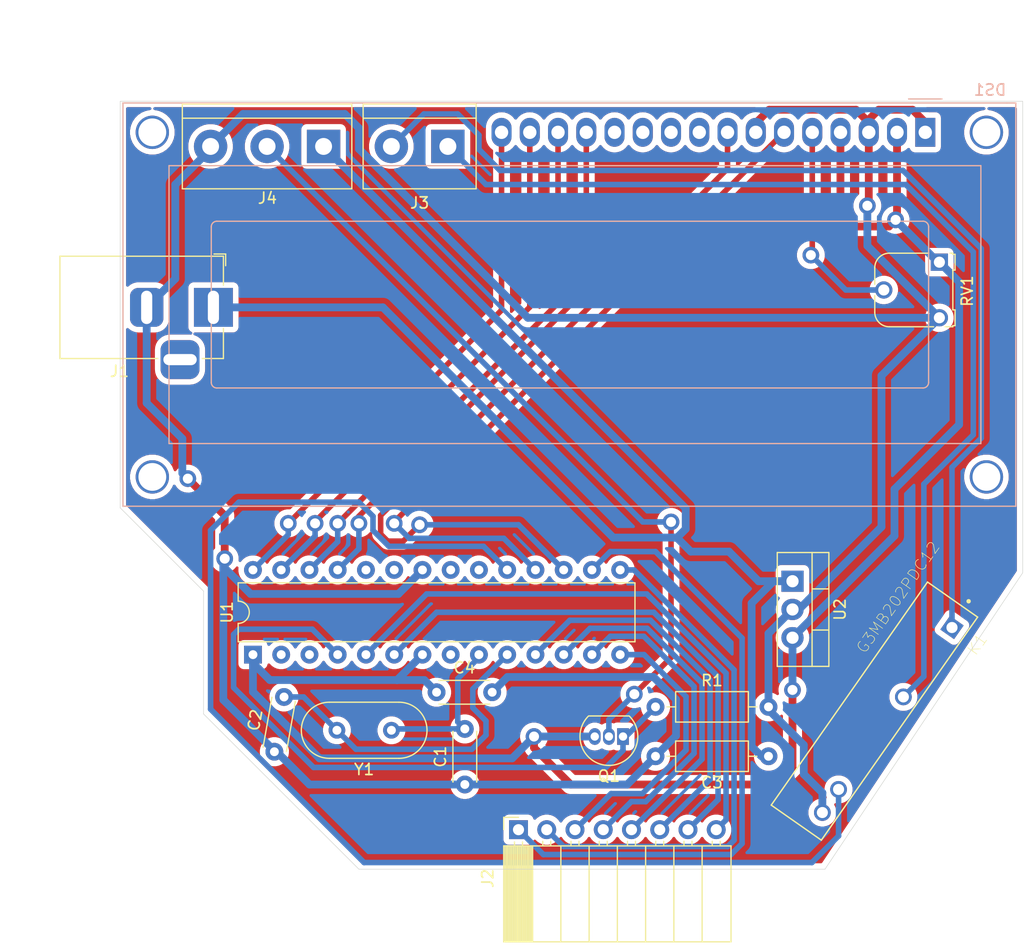
<source format=kicad_pcb>
(kicad_pcb (version 20171130) (host pcbnew "(5.1.8)-1")
  (layers (0 F.Cu signal) (31 B.Cu signal) (34 B.Paste user hide) (35 F.Paste user hide) (36 B.SilkS user) (37 F.SilkS user) (38 B.Mask user hide) (39 F.Mask user hide) (44 Edge.Cuts user))
  (net 0 "")
  (net 1 Pino_2_int)
  (net 2 "Net-(C1-Pad2)")
  (net 3 "Net-(C2-Pad2)")
  (net 4 vcc_12v)
  (net 5 vcc)
  (net 6 "Net-(DS1-Pad5)")
  (net 7 Pino_12)
  (net 8 Pino_11)
  (net 9 "Net-(DS1-Pad9)")
  (net 10 "Net-(DS1-Pad10)")
  (net 11 "Net-(DS1-Pad11)")
  (net 12 "Net-(DS1-Pad12)")
  (net 13 Pino_16_A2)
  (net 14 Pino_17_A3)
  (net 15 Pino_18_A4)
  (net 16 Pino_19_A5)
  (net 17 Pino_10)
  (net 18 Pino_9)
  (net 19 Pino_8)
  (net 20 Pino_7)
  (net 21 Pino_6)
  (net 22 Pino_5)
  (net 23 Pino_4)
  (net 24 Pino_3)
  (net 25 "Net-(J3-Pad1)")
  (net 26 "Net-(J3-Pad2)")
  (net 27 "Net-(J4-Pad2)")
  (net 28 Pino_13)
  (net 29 "Net-(U1-Pad2)")
  (net 30 "Net-(U1-Pad3)")
  (net 31 "Net-(U1-Pad21)")
  (net 32 "Net-(U1-Pad23)")
  (net 33 "Net-(U1-Pad24)")
  (net 34 GND)
  (module G3MB202PDC12:RELAY_G3MB202PDC12 (layer F.Cu) (at 142.24 117.856 235)
    (fp_text reference K1 (at -10.2246 -4.14091 55) (layer F.SilkS) (effects (font (size 1.00143 1.00143) (thickness 0.05))))
    (fp_text value G3MB202PDC12 (at -9.6043 4.12759 55) (layer F.SilkS) (effects (font (size 1.00306 1.00306) (thickness 0.05))))
    (fp_circle (center -12.954 -1.27) (end -12.854 -1.27) (layer F.SilkS) (width 0.2))
    (fp_line (start 12.25 2.75) (end 12.25 -2.75) (layer F.SilkS) (width 0.127))
    (fp_line (start -12.25 2.75) (end 12.25 2.75) (layer F.SilkS) (width 0.127))
    (fp_line (start -12.25 -2.75) (end -12.25 2.75) (layer F.SilkS) (width 0.127))
    (fp_line (start 12.25 -2.75) (end -12.25 -2.75) (layer F.SilkS) (width 0.127))
    (pad 1 thru_hole rect (at -10.16 -1.4 55) (size 1.508 1.508) (drill 1) (layers *.Cu *.Mask) (net 26 "Net-(J3-Pad2)"))
    (pad 2 thru_hole circle (at -2.54 -1.4 55) (size 1.508 1.508) (drill 1) (layers *.Cu *.Mask) (net 25 "Net-(J3-Pad1)"))
    (pad 3 thru_hole circle (at 7.62 -1.4 55) (size 1.508 1.508) (drill 1) (layers *.Cu *.Mask) (net 28 Pino_13))
    (pad 4 thru_hole circle (at 10.16 -1.4 55) (size 1.508 1.508) (drill 1) (layers *.Cu *.Mask) (net 34 GND))
  )
  (module Package_DIP:DIP-28_W7.62mm (layer F.Cu) (at 86.36 112.776 90)
    (fp_text reference U1 (at 3.81 -2.33 90) (layer F.SilkS))
    (fp_text value ATmega328-PU)
    (fp_line (start 6.46 -1.33) (end 4.81 -1.33) (layer F.SilkS) (width 0.12))
    (fp_line (start 6.46 34.35) (end 6.46 -1.33) (layer F.SilkS) (width 0.12))
    (fp_line (start 1.16 34.35) (end 6.46 34.35) (layer F.SilkS) (width 0.12))
    (fp_line (start 1.16 -1.33) (end 1.16 34.35) (layer F.SilkS) (width 0.12))
    (fp_line (start 2.81 -1.33) (end 1.16 -1.33) (layer F.SilkS) (width 0.12))
    (fp_arc (start 3.81 -1.33) (end 2.81 -1.33) (angle -180) (layer F.SilkS) (width 0.12))
    (pad 1 thru_hole rect (at 0 0 90) (size 1.6 1.6) (drill 0.8) (layers *.Cu *.Mask) (net 5 vcc))
    (pad 15 thru_hole oval (at 7.62 33.02 90) (size 1.6 1.6) (drill 0.8) (layers *.Cu *.Mask) (net 18 Pino_9))
    (pad 2 thru_hole oval (at 0 2.54 90) (size 1.6 1.6) (drill 0.8) (layers *.Cu *.Mask) (net 29 "Net-(U1-Pad2)"))
    (pad 16 thru_hole oval (at 7.62 30.48 90) (size 1.6 1.6) (drill 0.8) (layers *.Cu *.Mask) (net 17 Pino_10))
    (pad 3 thru_hole oval (at 0 5.08 90) (size 1.6 1.6) (drill 0.8) (layers *.Cu *.Mask) (net 30 "Net-(U1-Pad3)"))
    (pad 17 thru_hole oval (at 7.62 27.94 90) (size 1.6 1.6) (drill 0.8) (layers *.Cu *.Mask) (net 8 Pino_11))
    (pad 4 thru_hole oval (at 0 7.62 90) (size 1.6 1.6) (drill 0.8) (layers *.Cu *.Mask) (net 1 Pino_2_int))
    (pad 18 thru_hole oval (at 7.62 25.4 90) (size 1.6 1.6) (drill 0.8) (layers *.Cu *.Mask) (net 7 Pino_12))
    (pad 5 thru_hole oval (at 0 10.16 90) (size 1.6 1.6) (drill 0.8) (layers *.Cu *.Mask) (net 24 Pino_3))
    (pad 19 thru_hole oval (at 7.62 22.86 90) (size 1.6 1.6) (drill 0.8) (layers *.Cu *.Mask) (net 28 Pino_13))
    (pad 6 thru_hole oval (at 0 12.7 90) (size 1.6 1.6) (drill 0.8) (layers *.Cu *.Mask) (net 23 Pino_4))
    (pad 20 thru_hole oval (at 7.62 20.32 90) (size 1.6 1.6) (drill 0.8) (layers *.Cu *.Mask) (net 5 vcc))
    (pad 7 thru_hole oval (at 0 15.24 90) (size 1.6 1.6) (drill 0.8) (layers *.Cu *.Mask) (net 5 vcc))
    (pad 21 thru_hole oval (at 7.62 17.78 90) (size 1.6 1.6) (drill 0.8) (layers *.Cu *.Mask) (net 31 "Net-(U1-Pad21)"))
    (pad 8 thru_hole oval (at 0 17.78 90) (size 1.6 1.6) (drill 0.8) (layers *.Cu *.Mask) (net 34 GND))
    (pad 22 thru_hole oval (at 7.62 15.24 90) (size 1.6 1.6) (drill 0.8) (layers *.Cu *.Mask) (net 34 GND))
    (pad 9 thru_hole oval (at 0 20.32 90) (size 1.6 1.6) (drill 0.8) (layers *.Cu *.Mask) (net 2 "Net-(C1-Pad2)"))
    (pad 23 thru_hole oval (at 7.62 12.7 90) (size 1.6 1.6) (drill 0.8) (layers *.Cu *.Mask) (net 32 "Net-(U1-Pad23)"))
    (pad 10 thru_hole oval (at 0 22.86 90) (size 1.6 1.6) (drill 0.8) (layers *.Cu *.Mask) (net 3 "Net-(C2-Pad2)"))
    (pad 24 thru_hole oval (at 7.62 10.16 90) (size 1.6 1.6) (drill 0.8) (layers *.Cu *.Mask) (net 33 "Net-(U1-Pad24)"))
    (pad 11 thru_hole oval (at 0 25.4 90) (size 1.6 1.6) (drill 0.8) (layers *.Cu *.Mask) (net 22 Pino_5))
    (pad 25 thru_hole oval (at 7.62 7.62 90) (size 1.6 1.6) (drill 0.8) (layers *.Cu *.Mask) (net 13 Pino_16_A2))
    (pad 12 thru_hole oval (at 0 27.94 90) (size 1.6 1.6) (drill 0.8) (layers *.Cu *.Mask) (net 21 Pino_6))
    (pad 26 thru_hole oval (at 7.62 5.08 90) (size 1.6 1.6) (drill 0.8) (layers *.Cu *.Mask) (net 14 Pino_17_A3))
    (pad 13 thru_hole oval (at 0 30.48 90) (size 1.6 1.6) (drill 0.8) (layers *.Cu *.Mask) (net 20 Pino_7))
    (pad 27 thru_hole oval (at 7.62 2.54 90) (size 1.6 1.6) (drill 0.8) (layers *.Cu *.Mask) (net 15 Pino_18_A4))
    (pad 14 thru_hole oval (at 0 33.02 90) (size 1.6 1.6) (drill 0.8) (layers *.Cu *.Mask) (net 19 Pino_8))
    (pad 28 thru_hole oval (at 7.62 0 90) (size 1.6 1.6) (drill 0.8) (layers *.Cu *.Mask) (net 16 Pino_19_A5))
  )
  (module Display:WC1602A (layer B.Cu) (at 146.812 65.786 180)
    (fp_text reference DS1 (at -5.82 3.81) (layer B.SilkS) (effects (justify mirror)))
    (fp_text value HY1602E)
    (fp_line (start -5 -28) (end -5 -3) (layer B.SilkS) (width 0.12))
    (fp_line (start 68 -28) (end -5 -28) (layer B.SilkS) (width 0.12))
    (fp_line (start 68 -3) (end 68 -28) (layer B.SilkS) (width 0.12))
    (fp_line (start -5 -3) (end 68 -3) (layer B.SilkS) (width 0.12))
    (fp_line (start 64.2 -8.5) (end 64.2 -22.5) (layer B.SilkS) (width 0.12))
    (fp_line (start 63.70066 -23) (end 0.2 -23) (layer B.SilkS) (width 0.12))
    (fp_line (start -0.29972 -22.49932) (end -0.29972 -8.5) (layer B.SilkS) (width 0.12))
    (fp_line (start 0.2 -8) (end 63.7 -8) (layer B.SilkS) (width 0.12))
    (fp_line (start -1.5 3) (end 1.5 3) (layer B.SilkS) (width 0.12))
    (fp_line (start -8.13 2.64) (end -7.34 2.64) (layer B.SilkS) (width 0.12))
    (fp_line (start -8.14 2.64) (end -8.14 -33.64) (layer B.SilkS) (width 0.12))
    (fp_line (start 72.14 2.64) (end -7.34 2.64) (layer B.SilkS) (width 0.12))
    (fp_line (start 72.14 -33.64) (end 72.14 2.64) (layer B.SilkS) (width 0.12))
    (fp_line (start -8.14 -33.64) (end 72.14 -33.64) (layer B.SilkS) (width 0.12))
    (fp_arc (start 63.7 -8.5) (end 63.7 -8) (angle -90) (layer B.SilkS) (width 0.12))
    (fp_arc (start 63.70066 -22.49932) (end 64.20104 -22.49932) (angle -90) (layer B.SilkS) (width 0.12))
    (fp_arc (start 0.20066 -22.49932) (end 0.20066 -22.9997) (angle -90) (layer B.SilkS) (width 0.12))
    (fp_arc (start 0.20066 -8.49884) (end -0.29972 -8.49884) (angle -90) (layer B.SilkS) (width 0.12))
    (pad 1 thru_hole rect (at 0 0 180) (size 1.8 2.6) (drill 1.2) (layers *.Cu *.Mask) (net 34 GND))
    (pad 2 thru_hole oval (at 2.54 0 180) (size 1.8 2.6) (drill 1.2) (layers *.Cu *.Mask) (net 5 vcc))
    (pad 3 thru_hole oval (at 5.08 0 180) (size 1.8 2.6) (drill 1.2) (layers *.Cu *.Mask) (net 34 GND))
    (pad 4 thru_hole oval (at 7.62 0 180) (size 1.8 2.6) (drill 1.2) (layers *.Cu *.Mask) (net 5 vcc))
    (pad 5 thru_hole oval (at 10.16 0 180) (size 1.8 2.6) (drill 1.2) (layers *.Cu *.Mask) (net 6 "Net-(DS1-Pad5)"))
    (pad 6 thru_hole oval (at 12.7 0 180) (size 1.8 2.6) (drill 1.2) (layers *.Cu *.Mask) (net 7 Pino_12))
    (pad 7 thru_hole oval (at 15.24 0 180) (size 1.8 2.6) (drill 1.2) (layers *.Cu *.Mask) (net 34 GND))
    (pad 8 thru_hole oval (at 17.78 0 180) (size 1.8 2.6) (drill 1.2) (layers *.Cu *.Mask) (net 8 Pino_11))
    (pad 9 thru_hole oval (at 20.32 0 180) (size 1.8 2.6) (drill 1.2) (layers *.Cu *.Mask) (net 9 "Net-(DS1-Pad9)"))
    (pad 10 thru_hole oval (at 22.86 0 180) (size 1.8 2.6) (drill 1.2) (layers *.Cu *.Mask) (net 10 "Net-(DS1-Pad10)"))
    (pad 11 thru_hole oval (at 25.4 0 180) (size 1.8 2.6) (drill 1.2) (layers *.Cu *.Mask) (net 11 "Net-(DS1-Pad11)"))
    (pad 12 thru_hole oval (at 27.94 0 180) (size 1.8 2.6) (drill 1.2) (layers *.Cu *.Mask) (net 12 "Net-(DS1-Pad12)"))
    (pad 13 thru_hole oval (at 30.48 0 180) (size 1.8 2.6) (drill 1.2) (layers *.Cu *.Mask) (net 13 Pino_16_A2))
    (pad 14 thru_hole oval (at 33.02 0 180) (size 1.8 2.6) (drill 1.2) (layers *.Cu *.Mask) (net 14 Pino_17_A3))
    (pad 15 thru_hole oval (at 35.56 0 180) (size 1.8 2.6) (drill 1.2) (layers *.Cu *.Mask) (net 15 Pino_18_A4))
    (pad 16 thru_hole oval (at 38.1 0 180) (size 1.8 2.6) (drill 1.2) (layers *.Cu *.Mask) (net 16 Pino_19_A5))
    (pad "" thru_hole circle (at -5.4991 0 180) (size 3 3) (drill 2.5) (layers *.Cu *.Mask))
    (pad "" thru_hole circle (at -5.4991 -31.0007 180) (size 3 3) (drill 2.5) (layers *.Cu *.Mask))
    (pad "" thru_hole circle (at 69.49948 -31.0007 180) (size 3 3) (drill 2.5) (layers *.Cu *.Mask))
    (pad "" thru_hole circle (at 69.5 0 180) (size 3 3) (drill 2.5) (layers *.Cu *.Mask))
  )
  (module Package_TO_SOT_THT:TO-92_Inline (layer F.Cu) (at 119.634 120.142 180)
    (fp_text reference Q1 (at 1.27 -3.56) (layer F.SilkS))
    (fp_text value 2N7000)
    (fp_line (start -0.53 1.85) (end 3.07 1.85) (layer F.SilkS) (width 0.12))
    (fp_arc (start 1.27 0) (end 1.27 -2.6) (angle 135) (layer F.SilkS) (width 0.12))
    (fp_arc (start 1.27 0) (end 1.27 -2.6) (angle -135) (layer F.SilkS) (width 0.12))
    (pad 1 thru_hole rect (at 0 0 180) (size 1.05 1.5) (drill 0.75) (layers *.Cu *.Mask) (net 1 Pino_2_int))
    (pad 3 thru_hole oval (at 2.54 0 180) (size 1.05 1.5) (drill 0.75) (layers *.Cu *.Mask) (net 5 vcc))
    (pad 2 thru_hole oval (at 1.27 0 180) (size 1.05 1.5) (drill 0.75) (layers *.Cu *.Mask) (net 27 "Net-(J4-Pad2)"))
  )
  (module Capacitor_THT:C_Disc_D4.3mm_W1.9mm_P5.00mm (layer F.Cu) (at 105.41 124.46 90)
    (fp_text reference C1 (at 2.5 -2.2 90) (layer F.SilkS))
    (fp_text value C)
    (fp_line (start 4.77 1.055) (end 4.77 1.07) (layer F.SilkS) (width 0.12))
    (fp_line (start 4.77 -1.07) (end 4.77 -1.055) (layer F.SilkS) (width 0.12))
    (fp_line (start 0.23 1.055) (end 0.23 1.07) (layer F.SilkS) (width 0.12))
    (fp_line (start 0.23 -1.07) (end 0.23 -1.055) (layer F.SilkS) (width 0.12))
    (fp_line (start 0.23 1.07) (end 4.77 1.07) (layer F.SilkS) (width 0.12))
    (fp_line (start 0.23 -1.07) (end 4.77 -1.07) (layer F.SilkS) (width 0.12))
    (pad 1 thru_hole circle (at 0 0 90) (size 1.6 1.6) (drill 0.8) (layers *.Cu *.Mask) (net 34 GND))
    (pad 2 thru_hole circle (at 5 0 90) (size 1.6 1.6) (drill 0.8) (layers *.Cu *.Mask) (net 2 "Net-(C1-Pad2)"))
  )
  (module Capacitor_THT:C_Disc_D4.3mm_W1.9mm_P5.00mm (layer F.Cu) (at 88.285759 121.510039 80)
    (fp_text reference C2 (at 2.5 -2.2 80) (layer F.SilkS))
    (fp_text value C)
    (fp_line (start 0.23 -1.07) (end 4.77 -1.07) (layer F.SilkS) (width 0.12))
    (fp_line (start 0.23 1.07) (end 4.77 1.07) (layer F.SilkS) (width 0.12))
    (fp_line (start 0.23 -1.07) (end 0.23 -1.055) (layer F.SilkS) (width 0.12))
    (fp_line (start 0.23 1.055) (end 0.23 1.07) (layer F.SilkS) (width 0.12))
    (fp_line (start 4.77 -1.07) (end 4.77 -1.055) (layer F.SilkS) (width 0.12))
    (fp_line (start 4.77 1.055) (end 4.77 1.07) (layer F.SilkS) (width 0.12))
    (pad 2 thru_hole circle (at 5 0 80) (size 1.6 1.6) (drill 0.8) (layers *.Cu *.Mask) (net 3 "Net-(C2-Pad2)"))
    (pad 1 thru_hole circle (at 0 0 80) (size 1.6 1.6) (drill 0.8) (layers *.Cu *.Mask) (net 34 GND))
  )
  (module Connector_BarrelJack:BarrelJack_Horizontal (layer F.Cu) (at 82.804 81.534)
    (fp_text reference J1 (at -8.45 5.75) (layer F.SilkS))
    (fp_text value Jack-DC)
    (fp_line (start 0.9 -4.6) (end 0.9 -2) (layer F.SilkS) (width 0.12))
    (fp_line (start -13.8 -4.6) (end 0.9 -4.6) (layer F.SilkS) (width 0.12))
    (fp_line (start 0.9 4.6) (end -1 4.6) (layer F.SilkS) (width 0.12))
    (fp_line (start 0.9 1.9) (end 0.9 4.6) (layer F.SilkS) (width 0.12))
    (fp_line (start -13.8 4.6) (end -13.8 -4.6) (layer F.SilkS) (width 0.12))
    (fp_line (start -5 4.6) (end -13.8 4.6) (layer F.SilkS) (width 0.12))
    (fp_line (start 0.05 -4.8) (end 1.1 -4.8) (layer F.SilkS) (width 0.12))
    (fp_line (start 1.1 -3.75) (end 1.1 -4.8) (layer F.SilkS) (width 0.12))
    (pad 1 thru_hole rect (at 0 0) (size 3.5 3.5) (drill oval 1 3) (layers *.Cu *.Mask) (net 4 vcc_12v))
    (pad 2 thru_hole roundrect (at -6 0) (size 3 3.5) (drill oval 1 3) (layers *.Cu *.Mask) (net 34 GND))
    (pad 3 thru_hole roundrect (at -3 4.7) (size 3.5 3.5) (drill oval 3 1) (layers *.Cu *.Mask))
  )
  (module Connector_PinSocket_2.54mm:PinSocket_1x08_P2.54mm_Horizontal (layer F.Cu) (at 110.236 128.524 90)
    (fp_text reference J2 (at -4.38 -2.77 90) (layer F.SilkS))
    (fp_text value "Teclado matricial")
    (fp_line (start 0 -1.33) (end 1.11 -1.33) (layer F.SilkS) (width 0.12))
    (fp_line (start 1.11 -1.33) (end 1.11 0) (layer F.SilkS) (width 0.12))
    (fp_line (start -10.09 -1.33) (end -10.09 19.11) (layer F.SilkS) (width 0.12))
    (fp_line (start -10.09 19.11) (end -1.46 19.11) (layer F.SilkS) (width 0.12))
    (fp_line (start -1.46 -1.33) (end -1.46 19.11) (layer F.SilkS) (width 0.12))
    (fp_line (start -10.09 -1.33) (end -1.46 -1.33) (layer F.SilkS) (width 0.12))
    (fp_line (start -10.09 16.51) (end -1.46 16.51) (layer F.SilkS) (width 0.12))
    (fp_line (start -10.09 13.97) (end -1.46 13.97) (layer F.SilkS) (width 0.12))
    (fp_line (start -10.09 11.43) (end -1.46 11.43) (layer F.SilkS) (width 0.12))
    (fp_line (start -10.09 8.89) (end -1.46 8.89) (layer F.SilkS) (width 0.12))
    (fp_line (start -10.09 6.35) (end -1.46 6.35) (layer F.SilkS) (width 0.12))
    (fp_line (start -10.09 3.81) (end -1.46 3.81) (layer F.SilkS) (width 0.12))
    (fp_line (start -10.09 1.27) (end -1.46 1.27) (layer F.SilkS) (width 0.12))
    (fp_line (start -1.46 18.14) (end -1.05 18.14) (layer F.SilkS) (width 0.12))
    (fp_line (start -1.46 17.42) (end -1.05 17.42) (layer F.SilkS) (width 0.12))
    (fp_line (start -1.46 15.6) (end -1.05 15.6) (layer F.SilkS) (width 0.12))
    (fp_line (start -1.46 14.88) (end -1.05 14.88) (layer F.SilkS) (width 0.12))
    (fp_line (start -1.46 13.06) (end -1.05 13.06) (layer F.SilkS) (width 0.12))
    (fp_line (start -1.46 12.34) (end -1.05 12.34) (layer F.SilkS) (width 0.12))
    (fp_line (start -1.46 10.52) (end -1.05 10.52) (layer F.SilkS) (width 0.12))
    (fp_line (start -1.46 9.8) (end -1.05 9.8) (layer F.SilkS) (width 0.12))
    (fp_line (start -1.46 7.98) (end -1.05 7.98) (layer F.SilkS) (width 0.12))
    (fp_line (start -1.46 7.26) (end -1.05 7.26) (layer F.SilkS) (width 0.12))
    (fp_line (start -1.46 5.44) (end -1.05 5.44) (layer F.SilkS) (width 0.12))
    (fp_line (start -1.46 4.72) (end -1.05 4.72) (layer F.SilkS) (width 0.12))
    (fp_line (start -1.46 2.9) (end -1.05 2.9) (layer F.SilkS) (width 0.12))
    (fp_line (start -1.46 2.18) (end -1.05 2.18) (layer F.SilkS) (width 0.12))
    (fp_line (start -1.46 0.36) (end -1.11 0.36) (layer F.SilkS) (width 0.12))
    (fp_line (start -1.46 -0.36) (end -1.11 -0.36) (layer F.SilkS) (width 0.12))
    (fp_line (start -10.09 1.1519) (end -1.46 1.1519) (layer F.SilkS) (width 0.12))
    (fp_line (start -10.09 1.033805) (end -1.46 1.033805) (layer F.SilkS) (width 0.12))
    (fp_line (start -10.09 0.91571) (end -1.46 0.91571) (layer F.SilkS) (width 0.12))
    (fp_line (start -10.09 0.797615) (end -1.46 0.797615) (layer F.SilkS) (width 0.12))
    (fp_line (start -10.09 0.67952) (end -1.46 0.67952) (layer F.SilkS) (width 0.12))
    (fp_line (start -10.09 0.561425) (end -1.46 0.561425) (layer F.SilkS) (width 0.12))
    (fp_line (start -10.09 0.44333) (end -1.46 0.44333) (layer F.SilkS) (width 0.12))
    (fp_line (start -10.09 0.325235) (end -1.46 0.325235) (layer F.SilkS) (width 0.12))
    (fp_line (start -10.09 0.20714) (end -1.46 0.20714) (layer F.SilkS) (width 0.12))
    (fp_line (start -10.09 0.089045) (end -1.46 0.089045) (layer F.SilkS) (width 0.12))
    (fp_line (start -10.09 -0.02905) (end -1.46 -0.02905) (layer F.SilkS) (width 0.12))
    (fp_line (start -10.09 -0.147145) (end -1.46 -0.147145) (layer F.SilkS) (width 0.12))
    (fp_line (start -10.09 -0.26524) (end -1.46 -0.26524) (layer F.SilkS) (width 0.12))
    (fp_line (start -10.09 -0.383335) (end -1.46 -0.383335) (layer F.SilkS) (width 0.12))
    (fp_line (start -10.09 -0.50143) (end -1.46 -0.50143) (layer F.SilkS) (width 0.12))
    (fp_line (start -10.09 -0.619525) (end -1.46 -0.619525) (layer F.SilkS) (width 0.12))
    (fp_line (start -10.09 -0.73762) (end -1.46 -0.73762) (layer F.SilkS) (width 0.12))
    (fp_line (start -10.09 -0.855715) (end -1.46 -0.855715) (layer F.SilkS) (width 0.12))
    (fp_line (start -10.09 -0.97381) (end -1.46 -0.97381) (layer F.SilkS) (width 0.12))
    (fp_line (start -10.09 -1.091905) (end -1.46 -1.091905) (layer F.SilkS) (width 0.12))
    (fp_line (start -10.09 -1.21) (end -1.46 -1.21) (layer F.SilkS) (width 0.12))
    (pad 1 thru_hole rect (at 0 0 90) (size 1.7 1.7) (drill 1) (layers *.Cu *.Mask) (net 17 Pino_10))
    (pad 2 thru_hole oval (at 0 2.54 90) (size 1.7 1.7) (drill 1) (layers *.Cu *.Mask) (net 18 Pino_9))
    (pad 3 thru_hole oval (at 0 5.08 90) (size 1.7 1.7) (drill 1) (layers *.Cu *.Mask) (net 19 Pino_8))
    (pad 4 thru_hole oval (at 0 7.62 90) (size 1.7 1.7) (drill 1) (layers *.Cu *.Mask) (net 20 Pino_7))
    (pad 5 thru_hole oval (at 0 10.16 90) (size 1.7 1.7) (drill 1) (layers *.Cu *.Mask) (net 21 Pino_6))
    (pad 6 thru_hole oval (at 0 12.7 90) (size 1.7 1.7) (drill 1) (layers *.Cu *.Mask) (net 22 Pino_5))
    (pad 7 thru_hole oval (at 0 15.24 90) (size 1.7 1.7) (drill 1) (layers *.Cu *.Mask) (net 23 Pino_4))
    (pad 8 thru_hole oval (at 0 17.78 90) (size 1.7 1.7) (drill 1) (layers *.Cu *.Mask) (net 24 Pino_3))
  )
  (module TerminalBlock:TerminalBlock_bornier-2_P5.08mm (layer F.Cu) (at 103.886 67.056 180)
    (fp_text reference J3 (at 2.54 -5.08) (layer F.SilkS))
    (fp_text value Conn_01x02)
    (fp_line (start -2.54 3.81) (end 7.62 3.81) (layer F.SilkS) (width 0.12))
    (fp_line (start -2.54 -3.81) (end -2.54 3.81) (layer F.SilkS) (width 0.12))
    (fp_line (start 7.62 -3.81) (end -2.54 -3.81) (layer F.SilkS) (width 0.12))
    (fp_line (start 7.62 3.81) (end 7.62 -3.81) (layer F.SilkS) (width 0.12))
    (fp_line (start 7.62 2.54) (end -2.54 2.54) (layer F.SilkS) (width 0.12))
    (pad 1 thru_hole rect (at 0 0 180) (size 3 3) (drill 1.52) (layers *.Cu *.Mask) (net 25 "Net-(J3-Pad1)"))
    (pad 2 thru_hole circle (at 5.08 0 180) (size 3 3) (drill 1.52) (layers *.Cu *.Mask) (net 26 "Net-(J3-Pad2)"))
  )
  (module TerminalBlock:TerminalBlock_bornier-3_P5.08mm (layer F.Cu) (at 92.71 67.056 180)
    (fp_text reference J4 (at 5.05 -4.65) (layer F.SilkS))
    (fp_text value Conn_01x03)
    (fp_line (start -2.54 3.81) (end 12.7 3.81) (layer F.SilkS) (width 0.12))
    (fp_line (start -2.54 -3.81) (end 12.7 -3.81) (layer F.SilkS) (width 0.12))
    (fp_line (start -2.54 2.54) (end 12.7 2.54) (layer F.SilkS) (width 0.12))
    (fp_line (start 12.7 3.81) (end 12.7 -3.81) (layer F.SilkS) (width 0.12))
    (fp_line (start -2.54 3.81) (end -2.54 -3.81) (layer F.SilkS) (width 0.12))
    (pad 1 thru_hole rect (at 0 0 180) (size 3 3) (drill 1.52) (layers *.Cu *.Mask) (net 4 vcc_12v))
    (pad 2 thru_hole circle (at 5.08 0 180) (size 3 3) (drill 1.52) (layers *.Cu *.Mask) (net 27 "Net-(J4-Pad2)"))
    (pad 3 thru_hole circle (at 10.16 0 180) (size 3 3) (drill 1.52) (layers *.Cu *.Mask) (net 34 GND))
  )
  (module Potentiometer_THT:Potentiometer_Runtron_RM-065_Vertical (layer F.Cu) (at 148.082 77.47 270)
    (fp_text reference RV1 (at 2.6 -2.5 90) (layer F.SilkS))
    (fp_text value R_POT)
    (fp_line (start -0.71 -1.41) (end 0.71 -1.41) (layer F.SilkS) (width 0.12))
    (fp_line (start 0.71 -1.21) (end 4.29 -1.21) (layer F.SilkS) (width 0.12))
    (fp_line (start 4.29 -1.21) (end 4.29 -1.41) (layer F.SilkS) (width 0.12))
    (fp_line (start 4.29 -1.41) (end 5.71 -1.41) (layer F.SilkS) (width 0.12))
    (fp_line (start 5.71 -1.41) (end 5.71 -1.21) (layer F.SilkS) (width 0.12))
    (fp_line (start 1.99 5.81) (end 0.5 5.81) (layer F.SilkS) (width 0.12))
    (fp_line (start -0.81 4.5) (end -0.81 0.96) (layer F.SilkS) (width 0.12))
    (fp_line (start 5.81 0.52) (end 5.81 4.5) (layer F.SilkS) (width 0.12))
    (fp_line (start 4.5 5.81) (end 3.01 5.81) (layer F.SilkS) (width 0.12))
    (fp_line (start 0.71 -1.21) (end 0.71 -1.41) (layer F.SilkS) (width 0.12))
    (fp_line (start -0.71 -1.41) (end -0.71 -1.21) (layer F.SilkS) (width 0.12))
    (fp_line (start -0.71 -1.21) (end -0.81 -1.21) (layer F.SilkS) (width 0.12))
    (fp_line (start -0.81 -1.21) (end -0.81 -0.96) (layer F.SilkS) (width 0.12))
    (fp_line (start 5.71 -1.21) (end 5.81 -1.21) (layer F.SilkS) (width 0.12))
    (fp_line (start 5.81 -1.21) (end 5.81 -0.52) (layer F.SilkS) (width 0.12))
    (fp_arc (start 4.5 4.5) (end 4.5 5.81) (angle -90) (layer F.SilkS) (width 0.12))
    (fp_arc (start 0.5 4.5) (end -0.81 4.5) (angle -90) (layer F.SilkS) (width 0.12))
    (pad 3 thru_hole circle (at 5 0 270) (size 1.55 1.55) (drill 1) (layers *.Cu *.Mask) (net 34 GND))
    (pad 1 thru_hole rect (at 0 0 270) (size 1.55 1.55) (drill 1) (layers *.Cu *.Mask) (net 5 vcc))
    (pad 2 thru_hole circle (at 2.5 5 270) (size 1.55 1.55) (drill 1) (layers *.Cu *.Mask) (net 6 "Net-(DS1-Pad5)"))
  )
  (module Package_TO_SOT_THT:TO-220-3_Vertical (layer F.Cu) (at 134.874 106.172 270)
    (fp_text reference U2 (at 2.54 -4.27 90) (layer F.SilkS))
    (fp_text value LM7805_TO220)
    (fp_line (start 4.391 -3.27) (end 4.391 -1.76) (layer F.SilkS) (width 0.12))
    (fp_line (start 0.69 -3.27) (end 0.69 -1.76) (layer F.SilkS) (width 0.12))
    (fp_line (start -2.58 -1.76) (end 7.66 -1.76) (layer F.SilkS) (width 0.12))
    (fp_line (start 7.66 -3.27) (end 7.66 1.371) (layer F.SilkS) (width 0.12))
    (fp_line (start -2.58 -3.27) (end -2.58 1.371) (layer F.SilkS) (width 0.12))
    (fp_line (start -2.58 1.371) (end 7.66 1.371) (layer F.SilkS) (width 0.12))
    (fp_line (start -2.58 -3.27) (end 7.66 -3.27) (layer F.SilkS) (width 0.12))
    (pad 1 thru_hole rect (at 0 0 270) (size 1.905 2) (drill 1.1) (layers *.Cu *.Mask) (net 4 vcc_12v))
    (pad 2 thru_hole oval (at 2.54 0 270) (size 1.905 2) (drill 1.1) (layers *.Cu *.Mask) (net 34 GND))
    (pad 3 thru_hole oval (at 5.08 0 270) (size 1.905 2) (drill 1.1) (layers *.Cu *.Mask) (net 5 vcc))
  )
  (module Crystal:Crystal_HC18-U_Vertical (layer F.Cu) (at 98.81 119.58 180)
    (fp_text reference Y1 (at 2.45 -3.525) (layer F.SilkS))
    (fp_text value Crystal)
    (fp_line (start -0.675 2.525) (end 5.575 2.525) (layer F.SilkS) (width 0.12))
    (fp_line (start -0.675 -2.525) (end 5.575 -2.525) (layer F.SilkS) (width 0.12))
    (fp_arc (start -0.675 0) (end -0.675 -2.525) (angle -180) (layer F.SilkS) (width 0.12))
    (fp_arc (start 5.575 0) (end 5.575 -2.525) (angle 180) (layer F.SilkS) (width 0.12))
    (pad 1 thru_hole circle (at 0 0 180) (size 1.5 1.5) (drill 0.8) (layers *.Cu *.Mask) (net 2 "Net-(C1-Pad2)"))
    (pad 2 thru_hole circle (at 4.9 0 180) (size 1.5 1.5) (drill 0.8) (layers *.Cu *.Mask) (net 3 "Net-(C2-Pad2)"))
  )
  (module Capacitor_THT:C_Disc_D4.3mm_W1.9mm_P5.00mm (layer F.Cu) (at 102.87 116.16)
    (fp_text reference C4 (at 2.5 -2.2) (layer F.SilkS))
    (fp_text value C)
    (fp_line (start 4.77 1.055) (end 4.77 1.07) (layer F.SilkS) (width 0.12))
    (fp_line (start 4.77 -1.07) (end 4.77 -1.055) (layer F.SilkS) (width 0.12))
    (fp_line (start 0.23 1.055) (end 0.23 1.07) (layer F.SilkS) (width 0.12))
    (fp_line (start 0.23 -1.07) (end 0.23 -1.055) (layer F.SilkS) (width 0.12))
    (fp_line (start 0.23 1.07) (end 4.77 1.07) (layer F.SilkS) (width 0.12))
    (fp_line (start 0.23 -1.07) (end 4.77 -1.07) (layer F.SilkS) (width 0.12))
    (pad 2 thru_hole circle (at 5 0) (size 1.6 1.6) (drill 0.8) (layers *.Cu *.Mask) (net 34 GND))
    (pad 1 thru_hole circle (at 0 0) (size 1.6 1.6) (drill 0.8) (layers *.Cu *.Mask) (net 5 vcc))
  )
  (module Resistor_THT:R_Axial_DIN0207_L6.3mm_D2.5mm_P10.16mm_Horizontal (layer F.Cu) (at 132.715 121.92 180)
    (fp_text reference C3 (at 5.08 -2.37) (layer F.SilkS))
    (fp_text value C)
    (fp_line (start 9.12 0) (end 8.35 0) (layer F.SilkS) (width 0.12))
    (fp_line (start 1.04 0) (end 1.81 0) (layer F.SilkS) (width 0.12))
    (fp_line (start 8.35 -1.37) (end 1.81 -1.37) (layer F.SilkS) (width 0.12))
    (fp_line (start 8.35 1.37) (end 8.35 -1.37) (layer F.SilkS) (width 0.12))
    (fp_line (start 1.81 1.37) (end 8.35 1.37) (layer F.SilkS) (width 0.12))
    (fp_line (start 1.81 -1.37) (end 1.81 1.37) (layer F.SilkS) (width 0.12))
    (pad 1 thru_hole circle (at 0 0 180) (size 1.6 1.6) (drill 0.8) (layers *.Cu *.Mask) (net 4 vcc_12v))
    (pad 2 thru_hole oval (at 10.16 0 180) (size 1.6 1.6) (drill 0.8) (layers *.Cu *.Mask) (net 34 GND))
  )
  (module Resistor_THT:R_Axial_DIN0207_L6.3mm_D2.5mm_P10.16mm_Horizontal (layer F.Cu) (at 122.555 117.475)
    (fp_text reference R1 (at 5.08 -2.37) (layer F.SilkS))
    (fp_text value R)
    (fp_line (start 9.12 0) (end 8.35 0) (layer F.SilkS) (width 0.12))
    (fp_line (start 1.04 0) (end 1.81 0) (layer F.SilkS) (width 0.12))
    (fp_line (start 8.35 -1.37) (end 1.81 -1.37) (layer F.SilkS) (width 0.12))
    (fp_line (start 8.35 1.37) (end 8.35 -1.37) (layer F.SilkS) (width 0.12))
    (fp_line (start 1.81 1.37) (end 8.35 1.37) (layer F.SilkS) (width 0.12))
    (fp_line (start 1.81 -1.37) (end 1.81 1.37) (layer F.SilkS) (width 0.12))
    (pad 1 thru_hole circle (at 0 0) (size 1.6 1.6) (drill 0.8) (layers *.Cu *.Mask) (net 1 Pino_2_int))
    (pad 2 thru_hole oval (at 10.16 0) (size 1.6 1.6) (drill 0.8) (layers *.Cu *.Mask) (net 34 GND))
  )
  (gr_line (start 137.795 132.08) (end 137.16 132.08) (layer Edge.Cuts) (width 0.05))
  (gr_line (start 155.575 105.41) (end 137.795 132.08) (layer Edge.Cuts) (width 0.05))
  (gr_line (start 155.575 62.992) (end 155.575 105.41) (layer Edge.Cuts) (width 0.05))
  (gr_line (start 155.575 62.992) (end 74.422 62.992) (layer Edge.Cuts) (width 0.05))
  (gr_line (start 95.885 132.08) (end 137.16 132.08) (layer Edge.Cuts) (width 0.05))
  (gr_line (start 81.915 118.11) (end 95.885 132.08) (layer Edge.Cuts) (width 0.05))
  (gr_line (start 81.915 107.061) (end 81.915 118.11) (layer Edge.Cuts) (width 0.05))
  (gr_line (start 74.422 99.568) (end 81.915 107.061) (layer Edge.Cuts) (width 0.05))
  (gr_line (start 74.422 62.992) (end 74.422 99.568) (layer Edge.Cuts) (width 0.05))
  (segment (start 119.634 119.808128) (end 119.634 120.142) (width 0.5) (layer B.Cu) (net 1))
  (segment (start 119.888 120.142) (end 122.555 117.475) (width 0.5) (layer B.Cu) (net 1))
  (segment (start 119.634 120.142) (end 119.888 120.142) (width 0.5) (layer B.Cu) (net 1))
  (segment (start 119.634 121.392) (end 119.634 120.142) (width 0.5) (layer B.Cu) (net 1))
  (segment (start 118.10098 122.92502) (end 119.634 121.392) (width 0.5) (layer B.Cu) (net 1))
  (segment (start 91.81002 122.92502) (end 118.10098 122.92502) (width 0.5) (layer B.Cu) (net 1))
  (segment (start 84.620011 110.959989) (end 84.620011 115.735011) (width 0.5) (layer B.Cu) (net 1))
  (segment (start 91.694 110.49) (end 85.09 110.49) (width 0.5) (layer B.Cu) (net 1))
  (segment (start 93.98 112.776) (end 91.694 110.49) (width 0.5) (layer B.Cu) (net 1))
  (segment (start 84.620011 115.735011) (end 91.81002 122.92502) (width 0.5) (layer B.Cu) (net 1))
  (segment (start 85.09 110.49) (end 84.620011 110.959989) (width 0.5) (layer B.Cu) (net 1))
  (segment (start 98.93 119.46) (end 105.41 119.46) (width 0.5) (layer B.Cu) (net 2))
  (segment (start 98.81 119.58) (end 98.93 119.46) (width 0.5) (layer B.Cu) (net 2))
  (segment (start 106.68 113.03) (end 106.68 112.776) (width 0.5) (layer B.Cu) (net 2))
  (segment (start 104.775 114.935) (end 106.68 113.03) (width 0.5) (layer B.Cu) (net 2))
  (segment (start 104.775 118.825) (end 104.775 114.935) (width 0.5) (layer B.Cu) (net 2))
  (segment (start 105.41 119.46) (end 104.775 118.825) (width 0.5) (layer B.Cu) (net 2))
  (segment (start 90.916 116.586) (end 93.91 119.58) (width 0.5) (layer B.Cu) (net 3))
  (segment (start 89.154 116.586) (end 90.916 116.586) (width 0.5) (layer B.Cu) (net 3))
  (segment (start 106.130011 115.865989) (end 109.22 112.776) (width 0.5) (layer B.Cu) (net 3))
  (segment (start 106.130011 117.560011) (end 106.130011 115.865989) (width 0.5) (layer B.Cu) (net 3))
  (segment (start 107.315 118.745) (end 106.130011 117.560011) (width 0.5) (layer B.Cu) (net 3))
  (segment (start 107.315 120.015) (end 107.315 118.745) (width 0.5) (layer B.Cu) (net 3))
  (segment (start 106.045 121.285) (end 107.315 120.015) (width 0.5) (layer B.Cu) (net 3))
  (segment (start 95.615 121.285) (end 106.045 121.285) (width 0.5) (layer B.Cu) (net 3))
  (segment (start 93.91 119.58) (end 95.615 121.285) (width 0.5) (layer B.Cu) (net 3))
  (segment (start 131.2 121.04) (end 132.08 121.92) (width 0.7) (layer B.Cu) (net 4))
  (segment (start 133.174 106.172) (end 131.2 108.146) (width 0.7) (layer B.Cu) (net 4))
  (segment (start 131.2 108.146) (end 131.2 121.04) (width 0.7) (layer B.Cu) (net 4))
  (segment (start 134.874 106.172) (end 133.174 106.172) (width 0.7) (layer B.Cu) (net 4))
  (segment (start 118.752001 102.242001) (end 124.250001 102.242001) (width 0.7) (layer B.Cu) (net 4))
  (segment (start 98.044 81.534) (end 118.752001 102.242001) (width 0.7) (layer B.Cu) (net 4))
  (segment (start 82.804 81.534) (end 98.044 81.534) (width 0.7) (layer B.Cu) (net 4))
  (segment (start 131.826 106.172) (end 134.874 106.172) (width 0.7) (layer B.Cu) (net 4))
  (segment (start 125.73 103.505) (end 129.159 103.505) (width 0.7) (layer B.Cu) (net 4))
  (segment (start 129.159 103.505) (end 131.826 106.172) (width 0.7) (layer B.Cu) (net 4))
  (segment (start 124.467001 102.242001) (end 125.73 103.505) (width 0.7) (layer B.Cu) (net 4))
  (segment (start 124.250001 102.242001) (end 124.467001 102.242001) (width 0.7) (layer B.Cu) (net 4))
  (segment (start 124.250001 102.242001) (end 124.501603 102.242001) (width 0.7) (layer B.Cu) (net 4))
  (segment (start 124.501603 102.242001) (end 125.272002 101.471602) (width 0.7) (layer B.Cu) (net 4))
  (segment (start 125.272002 101.471602) (end 125.272002 99.618002) (width 0.7) (layer B.Cu) (net 4))
  (segment (start 125.272002 99.618002) (end 92.71 67.056) (width 0.7) (layer B.Cu) (net 4))
  (segment (start 86.36 113.538) (end 86.36 112.776) (width 0.7) (layer B.Cu) (net 5))
  (segment (start 87.884 115.062) (end 86.36 113.538) (width 0.7) (layer B.Cu) (net 5))
  (segment (start 99.314 115.062) (end 87.884 115.062) (width 0.7) (layer B.Cu) (net 5))
  (segment (start 101.6 112.776) (end 99.314 115.062) (width 0.7) (layer B.Cu) (net 5))
  (segment (start 134.874 111.252) (end 134.874 115.824) (width 0.7) (layer B.Cu) (net 5))
  (via (at 134.874 115.951) (size 1.5) (drill 0.9) (layers F.Cu B.Cu) (net 5))
  (segment (start 111.633 120.142) (end 117.094 120.142) (width 0.7) (layer B.Cu) (net 5))
  (via (at 111.633 120.142) (size 1.5) (drill 0.9) (layers F.Cu B.Cu) (net 5))
  (segment (start 134.874 122.936) (end 134.874 115.951) (width 0.7) (layer F.Cu) (net 5))
  (segment (start 133.35 124.46) (end 134.874 122.936) (width 0.7) (layer F.Cu) (net 5))
  (segment (start 114.935 124.46) (end 133.35 124.46) (width 0.7) (layer F.Cu) (net 5))
  (segment (start 111.633 121.158) (end 114.935 124.46) (width 0.7) (layer F.Cu) (net 5))
  (segment (start 111.633 120.142) (end 111.633 121.158) (width 0.7) (layer F.Cu) (net 5))
  (segment (start 144.272 65.786) (end 144.272 73.532996) (width 0.7) (layer F.Cu) (net 5))
  (segment (start 144.272 73.532996) (end 144.145 73.659996) (width 0.7) (layer F.Cu) (net 5))
  (via (at 144.145 73.659996) (size 1.5) (drill 0.9) (layers F.Cu B.Cu) (net 5))
  (segment (start 143.545001 74.259995) (end 144.145 73.659996) (width 0.7) (layer F.Cu) (net 5))
  (segment (start 139.867991 74.259995) (end 143.545001 74.259995) (width 0.7) (layer F.Cu) (net 5))
  (segment (start 139.184998 73.577002) (end 139.867991 74.259995) (width 0.7) (layer F.Cu) (net 5))
  (segment (start 139.192 65.786) (end 139.184998 65.793002) (width 0.7) (layer F.Cu) (net 5))
  (segment (start 139.184998 65.793002) (end 139.184998 73.577002) (width 0.7) (layer F.Cu) (net 5))
  (segment (start 144.145 73.66) (end 144.145 73.659996) (width 0.7) (layer B.Cu) (net 5))
  (segment (start 147.955 77.47) (end 144.145 73.66) (width 0.7) (layer B.Cu) (net 5))
  (segment (start 148.082 77.47) (end 147.955 77.47) (width 0.7) (layer B.Cu) (net 5))
  (segment (start 149.86 92.075) (end 149.86 79.248) (width 0.7) (layer B.Cu) (net 5))
  (segment (start 144.043686 102.082314) (end 144.043686 97.891314) (width 0.7) (layer B.Cu) (net 5))
  (segment (start 134.874 111.252) (end 144.043686 102.082314) (width 0.7) (layer B.Cu) (net 5))
  (segment (start 149.86 79.248) (end 148.082 77.47) (width 0.7) (layer B.Cu) (net 5))
  (segment (start 144.043686 97.891314) (end 149.86 92.075) (width 0.7) (layer B.Cu) (net 5))
  (segment (start 101.772 115.062) (end 102.87 116.16) (width 0.7) (layer B.Cu) (net 5))
  (segment (start 99.314 115.062) (end 101.772 115.062) (width 0.7) (layer B.Cu) (net 5))
  (segment (start 92.341008 122.10501) (end 109.66999 122.10501) (width 0.7) (layer B.Cu) (net 5))
  (segment (start 109.66999 122.10501) (end 111.633 120.142) (width 0.7) (layer B.Cu) (net 5))
  (segment (start 86.36 116.124002) (end 92.341008 122.10501) (width 0.7) (layer B.Cu) (net 5))
  (segment (start 86.36 112.776) (end 86.36 116.124002) (width 0.7) (layer B.Cu) (net 5))
  (segment (start 136.652 65.786) (end 136.652 76.708) (width 0.5) (layer F.Cu) (net 6))
  (segment (start 143.082 79.97) (end 139.66 79.97) (width 0.5) (layer B.Cu) (net 6))
  (segment (start 136.652 76.708) (end 136.525 76.835) (width 0.5) (layer F.Cu) (net 6))
  (segment (start 139.66 79.97) (end 136.525 76.835) (width 0.5) (layer B.Cu) (net 6))
  (via (at 136.525 76.835) (size 1.5) (drill 0.9) (layers F.Cu B.Cu) (net 6))
  (via (at 99.060026 100.96498) (size 1.5) (drill 0.9) (layers F.Cu B.Cu) (net 7))
  (segment (start 134.112 65.786) (end 99.060026 100.837974) (width 0.5) (layer F.Cu) (net 7))
  (segment (start 99.060026 100.837974) (end 99.060026 100.96498) (width 0.5) (layer F.Cu) (net 7))
  (segment (start 111.76 105.156) (end 108.916006 102.312006) (width 0.5) (layer B.Cu) (net 7))
  (segment (start 108.916006 102.312006) (end 100.407052 102.312006) (width 0.5) (layer B.Cu) (net 7))
  (segment (start 100.407052 102.312006) (end 99.060026 100.96498) (width 0.5) (layer B.Cu) (net 7))
  (segment (start 97.840024 100.25237) (end 97.840024 101.931602) (width 0.5) (layer F.Cu) (net 8))
  (segment (start 129.032 69.060394) (end 97.840024 100.25237) (width 0.5) (layer F.Cu) (net 8))
  (segment (start 99.871998 102.566002) (end 101.346 101.092) (width 0.5) (layer F.Cu) (net 8))
  (segment (start 98.474424 102.566002) (end 99.871998 102.566002) (width 0.5) (layer F.Cu) (net 8))
  (segment (start 129.032 65.786) (end 129.032 69.060394) (width 0.5) (layer F.Cu) (net 8))
  (segment (start 97.840024 101.931602) (end 98.474424 102.566002) (width 0.5) (layer F.Cu) (net 8))
  (via (at 101.346 101.092) (size 1.5) (drill 0.9) (layers F.Cu B.Cu) (net 8))
  (segment (start 114.3 105.156) (end 110.236 101.092) (width 0.5) (layer B.Cu) (net 8))
  (segment (start 110.236 101.092) (end 101.346 101.092) (width 0.5) (layer B.Cu) (net 8))
  (via (at 95.885 100.965) (size 1.5) (drill 0.9) (layers F.Cu B.Cu) (net 13))
  (segment (start 95.885 100.326033) (end 95.885 100.965) (width 0.5) (layer F.Cu) (net 13))
  (segment (start 93.98 105.156) (end 95.885 103.251) (width 0.5) (layer B.Cu) (net 13))
  (segment (start 95.885 103.251) (end 95.885 100.965) (width 0.5) (layer B.Cu) (net 13))
  (segment (start 116.332 65.786) (end 116.332 79.879033) (width 0.5) (layer F.Cu) (net 13))
  (segment (start 116.332 79.879033) (end 95.885 100.326033) (width 0.5) (layer F.Cu) (net 13))
  (segment (start 91.44 105.156) (end 93.979948 102.616052) (width 0.5) (layer B.Cu) (net 14))
  (via (at 93.979948 100.965) (size 1.5) (drill 0.9) (layers F.Cu B.Cu) (net 14))
  (segment (start 93.979948 102.616052) (end 93.979948 100.965) (width 0.5) (layer B.Cu) (net 14))
  (segment (start 113.792 65.786) (end 113.792 81.152948) (width 0.5) (layer F.Cu) (net 14))
  (segment (start 113.792 81.152948) (end 93.979948 100.965) (width 0.5) (layer F.Cu) (net 14))
  (via (at 91.944987 100.965002) (size 1.5) (drill 0.9) (layers F.Cu B.Cu) (net 15))
  (segment (start 88.9 105.156) (end 91.944987 102.111013) (width 0.5) (layer B.Cu) (net 15))
  (segment (start 91.944987 102.111013) (end 91.944987 100.965002) (width 0.5) (layer B.Cu) (net 15))
  (segment (start 91.944987 100.811011) (end 91.944987 100.965002) (width 0.5) (layer F.Cu) (net 15))
  (segment (start 111.252 81.503998) (end 91.944987 100.811011) (width 0.5) (layer F.Cu) (net 15))
  (segment (start 111.252 65.786) (end 111.252 81.503998) (width 0.5) (layer F.Cu) (net 15))
  (via (at 89.535024 100.965) (size 1.5) (drill 0.9) (layers F.Cu B.Cu) (net 16))
  (segment (start 89.535024 101.980976) (end 89.535024 100.965) (width 0.5) (layer B.Cu) (net 16))
  (segment (start 86.36 105.156) (end 89.535024 101.980976) (width 0.5) (layer B.Cu) (net 16))
  (segment (start 108.712 65.786) (end 108.712 81.788024) (width 0.5) (layer F.Cu) (net 16))
  (segment (start 108.712 81.788024) (end 89.535024 100.965) (width 0.5) (layer F.Cu) (net 16))
  (segment (start 112.471989 130.759989) (end 110.236 128.524) (width 0.5) (layer B.Cu) (net 17))
  (segment (start 116.84 105.156) (end 118.491 103.505) (width 0.5) (layer B.Cu) (net 17))
  (segment (start 122.555 103.505) (end 130.340077 111.290077) (width 0.5) (layer B.Cu) (net 17))
  (segment (start 118.491 103.505) (end 122.555 103.505) (width 0.5) (layer B.Cu) (net 17))
  (segment (start 130.340077 129.767673) (end 129.347761 130.759989) (width 0.5) (layer B.Cu) (net 17))
  (segment (start 130.340077 111.290077) (end 130.340077 129.767673) (width 0.5) (layer B.Cu) (net 17))
  (segment (start 129.347761 130.759989) (end 112.471989 130.759989) (width 0.5) (layer B.Cu) (net 17))
  (segment (start 129.049523 130.039978) (end 114.291978 130.039978) (width 0.5) (layer B.Cu) (net 18))
  (segment (start 129.620066 114.15247) (end 129.620066 129.469435) (width 0.5) (layer B.Cu) (net 18))
  (segment (start 120.623596 105.156) (end 129.620066 114.15247) (width 0.5) (layer B.Cu) (net 18))
  (segment (start 119.38 105.156) (end 120.623596 105.156) (width 0.5) (layer B.Cu) (net 18))
  (segment (start 129.620066 129.469435) (end 129.049523 130.039978) (width 0.5) (layer B.Cu) (net 18))
  (segment (start 114.291978 130.039978) (end 112.776 128.524) (width 0.5) (layer B.Cu) (net 18))
  (segment (start 121.527386 112.776) (end 125.3 116.548614) (width 0.5) (layer B.Cu) (net 19))
  (segment (start 118.559989 125.280011) (end 115.316 128.524) (width 0.5) (layer B.Cu) (net 19))
  (segment (start 119.38 112.776) (end 121.527386 112.776) (width 0.5) (layer B.Cu) (net 19))
  (segment (start 125.3 121.360036) (end 121.380025 125.280011) (width 0.5) (layer B.Cu) (net 19))
  (segment (start 125.3 116.548614) (end 125.3 121.360036) (width 0.5) (layer B.Cu) (net 19))
  (segment (start 121.380025 125.280011) (end 118.559989 125.280011) (width 0.5) (layer B.Cu) (net 19))
  (segment (start 118.491 111.125) (end 116.84 112.776) (width 0.5) (layer B.Cu) (net 20))
  (segment (start 121.501351 111.125) (end 118.491 111.125) (width 0.5) (layer B.Cu) (net 20))
  (segment (start 126.020011 121.658274) (end 126.020011 115.64366) (width 0.5) (layer B.Cu) (net 20))
  (segment (start 121.678263 126.000022) (end 126.020011 121.658274) (width 0.5) (layer B.Cu) (net 20))
  (segment (start 120.379978 126.000022) (end 121.678263 126.000022) (width 0.5) (layer B.Cu) (net 20))
  (segment (start 117.856 128.524) (end 120.379978 126.000022) (width 0.5) (layer B.Cu) (net 20))
  (segment (start 126.020011 115.64366) (end 121.501351 111.125) (width 0.5) (layer B.Cu) (net 20))
  (segment (start 120.396 128.524) (end 126.740022 122.179978) (width 0.5) (layer B.Cu) (net 21))
  (segment (start 126.740022 122.179978) (end 126.740022 115.345422) (width 0.5) (layer B.Cu) (net 21))
  (segment (start 126.740022 115.345422) (end 121.799589 110.404989) (width 0.5) (layer B.Cu) (net 21))
  (segment (start 116.671011 110.404989) (end 114.3 112.776) (width 0.5) (layer B.Cu) (net 21))
  (segment (start 121.799589 110.404989) (end 116.671011 110.404989) (width 0.5) (layer B.Cu) (net 21))
  (segment (start 127.460033 115.047184) (end 122.097827 109.684978) (width 0.5) (layer B.Cu) (net 22))
  (segment (start 122.097827 109.684978) (end 114.851022 109.684978) (width 0.5) (layer B.Cu) (net 22))
  (segment (start 127.460033 123.999967) (end 127.460033 115.047184) (width 0.5) (layer B.Cu) (net 22))
  (segment (start 122.936 128.524) (end 127.460033 123.999967) (width 0.5) (layer B.Cu) (net 22))
  (segment (start 114.851022 109.684978) (end 111.76 112.776) (width 0.5) (layer B.Cu) (net 22))
  (segment (start 102.871033 108.964967) (end 122.396065 108.964967) (width 0.5) (layer B.Cu) (net 23))
  (segment (start 122.396065 108.964967) (end 128.180044 114.748946) (width 0.5) (layer B.Cu) (net 23))
  (segment (start 128.180044 125.819956) (end 125.476 128.524) (width 0.5) (layer B.Cu) (net 23))
  (segment (start 128.180044 114.748946) (end 128.180044 125.819956) (width 0.5) (layer B.Cu) (net 23))
  (segment (start 99.06 112.776) (end 102.871033 108.964967) (width 0.5) (layer B.Cu) (net 23))
  (segment (start 128.900055 127.639945) (end 128.016 128.524) (width 0.5) (layer B.Cu) (net 24))
  (segment (start 128.900055 114.450708) (end 128.900055 127.639945) (width 0.5) (layer B.Cu) (net 24))
  (segment (start 121.764347 107.315) (end 128.900055 114.450708) (width 0.5) (layer B.Cu) (net 24))
  (segment (start 101.981 107.315) (end 121.764347 107.315) (width 0.5) (layer B.Cu) (net 24))
  (segment (start 96.52 112.776) (end 101.981 107.315) (width 0.5) (layer B.Cu) (net 24))
  (segment (start 147.460018 96.660018) (end 147.375696 96.74434) (width 0.5) (layer B.Cu) (net 25))
  (segment (start 146.685 97.435036) (end 147.460018 96.660018) (width 0.5) (layer B.Cu) (net 25))
  (segment (start 146.685 114.737058) (end 146.685 97.435036) (width 0.5) (layer B.Cu) (net 25))
  (segment (start 144.843697 116.578361) (end 146.685 114.737058) (width 0.5) (layer B.Cu) (net 25))
  (segment (start 151.13 92.990036) (end 147.460018 96.660018) (width 0.5) (layer B.Cu) (net 25))
  (segment (start 151.13 76.554964) (end 151.13 92.990036) (width 0.5) (layer B.Cu) (net 25))
  (segment (start 145.060036 70.485) (end 151.13 76.554964) (width 0.5) (layer B.Cu) (net 25))
  (segment (start 107.315 70.485) (end 145.060036 70.485) (width 0.5) (layer B.Cu) (net 25))
  (segment (start 103.886 67.056) (end 107.315 70.485) (width 0.5) (layer B.Cu) (net 25))
  (segment (start 101.727 64.135) (end 98.806 67.056) (width 0.5) (layer B.Cu) (net 26))
  (segment (start 106.68 66.039998) (end 104.775002 64.135) (width 0.5) (layer B.Cu) (net 26))
  (segment (start 104.775002 64.135) (end 101.727 64.135) (width 0.5) (layer B.Cu) (net 26))
  (segment (start 108.573399 69.215) (end 106.68 67.321601) (width 0.5) (layer B.Cu) (net 26))
  (segment (start 144.808285 69.215) (end 108.573399 69.215) (width 0.5) (layer B.Cu) (net 26))
  (segment (start 151.850011 76.256726) (end 144.808285 69.215) (width 0.5) (layer B.Cu) (net 26))
  (segment (start 151.850011 93.288274) (end 151.850011 76.256726) (width 0.5) (layer B.Cu) (net 26))
  (segment (start 149.214349 95.923935) (end 151.850011 93.288274) (width 0.5) (layer B.Cu) (net 26))
  (segment (start 149.214349 110.336422) (end 149.214349 95.923935) (width 0.5) (layer B.Cu) (net 26))
  (segment (start 106.68 67.321601) (end 106.68 66.039998) (width 0.5) (layer B.Cu) (net 26))
  (via (at 123.952 100.838) (size 1.5) (drill 0.9) (layers F.Cu B.Cu) (net 27))
  (segment (start 87.63 67.056) (end 121.412 100.838) (width 0.5) (layer B.Cu) (net 27))
  (segment (start 121.412 100.838) (end 123.952 100.838) (width 0.5) (layer B.Cu) (net 27))
  (segment (start 123.952 113.030006) (end 120.65 116.332006) (width 0.5) (layer F.Cu) (net 27))
  (via (at 120.65 116.332006) (size 1.5) (drill 0.9) (layers F.Cu B.Cu) (net 27))
  (segment (start 123.952 100.838) (end 123.952 113.030006) (width 0.5) (layer F.Cu) (net 27))
  (segment (start 118.364 120.142) (end 118.364 118.618006) (width 0.5) (layer B.Cu) (net 27))
  (segment (start 118.364 118.618006) (end 120.65 116.332006) (width 0.5) (layer B.Cu) (net 27))
  (segment (start 96.35 131.48) (end 136.62079 131.48) (width 0.5) (layer B.Cu) (net 28))
  (segment (start 136.62079 131.48) (end 139.01616 129.08463) (width 0.5) (layer B.Cu) (net 28))
  (segment (start 109.22 105.156) (end 107.096013 103.032013) (width 0.5) (layer B.Cu) (net 28))
  (segment (start 95.885 99.06) (end 85.09 99.06) (width 0.5) (layer B.Cu) (net 28))
  (segment (start 82.55 101.6) (end 82.55 117.68) (width 0.5) (layer B.Cu) (net 28))
  (segment (start 98.587013 103.032013) (end 97.155 101.6) (width 0.5) (layer B.Cu) (net 28))
  (segment (start 85.09 99.06) (end 82.55 101.6) (width 0.5) (layer B.Cu) (net 28))
  (segment (start 107.096013 103.032013) (end 98.587013 103.032013) (width 0.5) (layer B.Cu) (net 28))
  (segment (start 97.155 101.6) (end 97.155 100.33) (width 0.5) (layer B.Cu) (net 28))
  (segment (start 139.01616 129.08463) (end 139.01616 124.900946) (width 0.5) (layer B.Cu) (net 28))
  (segment (start 97.155 100.33) (end 95.885 99.06) (width 0.5) (layer B.Cu) (net 28))
  (segment (start 82.55 117.68) (end 96.35 131.48) (width 0.5) (layer B.Cu) (net 28))
  (via (at 83.82 104.14) (size 1.5) (drill 0.9) (layers F.Cu B.Cu) (net 34))
  (segment (start 101.6 105.156) (end 99.441 107.315) (width 0.7) (layer B.Cu) (net 34))
  (segment (start 83.82 104.988528) (end 83.82 104.14) (width 0.7) (layer B.Cu) (net 34))
  (segment (start 86.146472 107.315) (end 83.82 104.988528) (width 0.7) (layer B.Cu) (net 34))
  (segment (start 99.441 107.315) (end 86.146472 107.315) (width 0.7) (layer B.Cu) (net 34))
  (segment (start 133.133999 110.452001) (end 134.874 108.712) (width 0.7) (layer B.Cu) (net 34))
  (via (at 80.501731 96.941909) (size 1.5) (drill 0.9) (layers F.Cu B.Cu) (net 34))
  (segment (start 83.82 100.260178) (end 80.501731 96.941909) (width 0.7) (layer F.Cu) (net 34))
  (segment (start 83.82 104.14) (end 83.82 100.260178) (width 0.7) (layer F.Cu) (net 34))
  (segment (start 132.715 110.871) (end 133.133999 110.452001) (width 0.7) (layer B.Cu) (net 34))
  (segment (start 132.715 117.475) (end 132.715 110.871) (width 0.7) (layer B.Cu) (net 34))
  (segment (start 104.14 112.776) (end 104.394 112.776) (width 0.7) (layer B.Cu) (net 34))
  (segment (start 80.01 96.450178) (end 80.501731 96.941909) (width 0.7) (layer B.Cu) (net 34))
  (segment (start 80.01 93.345) (end 80.01 96.450178) (width 0.7) (layer B.Cu) (net 34))
  (segment (start 76.804 90.139) (end 80.01 93.345) (width 0.7) (layer B.Cu) (net 34))
  (segment (start 76.804 81.534) (end 76.804 90.139) (width 0.7) (layer B.Cu) (net 34))
  (segment (start 79.375 78.963) (end 76.804 81.534) (width 0.7) (layer B.Cu) (net 34))
  (segment (start 79.375 70.485) (end 79.375 78.963) (width 0.7) (layer B.Cu) (net 34))
  (segment (start 82.55 67.31) (end 79.375 70.485) (width 0.7) (layer B.Cu) (net 34))
  (segment (start 82.55 67.056) (end 82.55 67.31) (width 0.7) (layer B.Cu) (net 34))
  (segment (start 141.605 75.993) (end 141.605 72.39) (width 0.7) (layer B.Cu) (net 34))
  (segment (start 148.082 82.47) (end 141.605 75.993) (width 0.7) (layer B.Cu) (net 34))
  (segment (start 141.732 65.786) (end 141.732 72.263) (width 0.7) (layer F.Cu) (net 34))
  (via (at 141.605 72.39) (size 1.5) (drill 0.9) (layers F.Cu B.Cu) (net 34))
  (segment (start 141.732 72.263) (end 141.605 72.39) (width 0.7) (layer F.Cu) (net 34))
  (segment (start 142.875 87.677) (end 148.082 82.47) (width 0.7) (layer B.Cu) (net 34))
  (segment (start 142.875 101.2825) (end 142.875 87.677) (width 0.7) (layer B.Cu) (net 34))
  (segment (start 135.4455 108.712) (end 142.875 101.2825) (width 0.7) (layer B.Cu) (net 34))
  (segment (start 134.874 108.712) (end 135.4455 108.712) (width 0.7) (layer B.Cu) (net 34))
  (segment (start 137.559276 125.203592) (end 137.559276 126.981592) (width 0.7) (layer B.Cu) (net 34))
  (segment (start 135.89 123.534316) (end 137.559276 125.203592) (width 0.7) (layer B.Cu) (net 34))
  (segment (start 135.89 120.904) (end 135.89 123.534316) (width 0.7) (layer B.Cu) (net 34))
  (segment (start 132.334 117.348) (end 135.89 120.904) (width 0.7) (layer B.Cu) (net 34))
  (segment (start 83.693 104.267) (end 83.82 104.14) (width 0.7) (layer B.Cu) (net 34))
  (segment (start 83.693 116.84) (end 83.693 104.267) (width 0.7) (layer B.Cu) (net 34))
  (segment (start 88.285759 121.432759) (end 83.693 116.84) (width 0.7) (layer B.Cu) (net 34))
  (segment (start 88.285759 121.510039) (end 88.285759 121.432759) (width 0.7) (layer B.Cu) (net 34))
  (segment (start 85.471 64.135) (end 82.55 67.056) (width 0.7) (layer B.Cu) (net 34))
  (segment (start 148.082 82.47) (end 111.076092 82.47) (width 0.7) (layer B.Cu) (net 34))
  (segment (start 111.076092 82.47) (end 95.885 67.278908) (width 0.7) (layer B.Cu) (net 34))
  (segment (start 95.885 67.278908) (end 95.885 65.405) (width 0.7) (layer B.Cu) (net 34))
  (segment (start 95.885 65.405) (end 94.615 64.135) (width 0.7) (layer B.Cu) (net 34))
  (segment (start 94.615 64.135) (end 85.471 64.135) (width 0.7) (layer B.Cu) (net 34))
  (segment (start 88.490039 121.510039) (end 88.285759 121.510039) (width 0.7) (layer B.Cu) (net 34))
  (segment (start 122.555 121.92) (end 120.015 124.46) (width 0.7) (layer B.Cu) (net 34))
  (segment (start 120.015 124.46) (end 91.44 124.46) (width 0.7) (layer B.Cu) (net 34))
  (segment (start 91.44 124.46) (end 88.490039 121.510039) (width 0.7) (layer B.Cu) (net 34))
  (segment (start 142.621 63.754) (end 141.732 64.643) (width 0.7) (layer F.Cu) (net 34))
  (segment (start 145.669 63.754) (end 142.621 63.754) (width 0.7) (layer F.Cu) (net 34))
  (segment (start 146.812 64.897) (end 145.669 63.754) (width 0.7) (layer F.Cu) (net 34))
  (segment (start 141.732 64.643) (end 141.732 65.786) (width 0.7) (layer F.Cu) (net 34))
  (segment (start 146.812 65.786) (end 146.812 64.897) (width 0.7) (layer F.Cu) (net 34))
  (segment (start 131.572 64.9605) (end 131.572 65.786) (width 0.7) (layer F.Cu) (net 34))
  (segment (start 140.589 63.754) (end 132.7785 63.754) (width 0.7) (layer F.Cu) (net 34))
  (segment (start 141.732 64.897) (end 140.589 63.754) (width 0.7) (layer F.Cu) (net 34))
  (segment (start 132.7785 63.754) (end 131.572 64.9605) (width 0.7) (layer F.Cu) (net 34))
  (segment (start 141.732 65.786) (end 141.732 64.897) (width 0.7) (layer F.Cu) (net 34))
  (segment (start 124.4 120.075) (end 122.555 121.92) (width 0.7) (layer B.Cu) (net 34))
  (segment (start 124.4 116.808284) (end 124.4 120.075) (width 0.7) (layer B.Cu) (net 34))
  (segment (start 122.376724 114.785008) (end 124.4 116.808284) (width 0.7) (layer B.Cu) (net 34))
  (segment (start 109.244992 114.785008) (end 122.376724 114.785008) (width 0.7) (layer B.Cu) (net 34))
  (segment (start 107.87 116.16) (end 109.244992 114.785008) (width 0.7) (layer B.Cu) (net 34))
  (zone (net 0) (net_name "") (layer F.Cu) (connect_pads (clearance 0.508)) (min_thickness 0.254) (fill yes (arc_segments 32) (thermal_gap 0.508) (thermal_bridge_width 0.508))
    (polygon (pts (xy 155.702 105.41) (xy 137.922 132.08) (xy 95.758 132.08) (xy 81.788 118.11) (xy 81.788 107.188) (xy 74.422 99.568) (xy 74.422 62.992) (xy 155.702 62.992)))
  )
  (zone (net 0) (net_name "") (layer B.Cu) (connect_pads (clearance 0.508)) (min_thickness 0.254) (fill yes (arc_segments 32) (thermal_gap 0.508) (thermal_bridge_width 0.508))
    (polygon (pts (xy 155.702 105.41) (xy 137.922 132.08) (xy 95.758 132.08) (xy 81.788 118.11) (xy 81.788 107.188) (xy 74.422 99.568) (xy 74.422 62.992) (xy 155.702 62.992)))
  )
)
</source>
